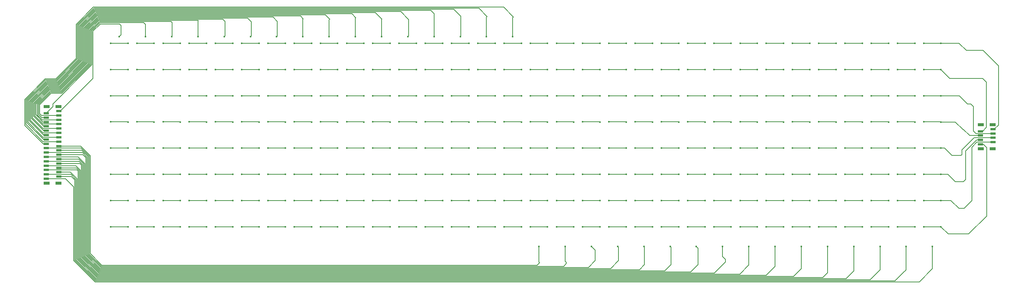
<source format=gbl>
G04 #@! TF.GenerationSoftware,KiCad,Pcbnew,6.0.8+dfsg-1~bpo11+1*
G04 #@! TF.CreationDate,2023-05-15T15:28:38-04:00*
G04 #@! TF.ProjectId,07_padded_interleaved_tight,30375f70-6164-4646-9564-5f696e746572,rev?*
G04 #@! TF.SameCoordinates,Original*
G04 #@! TF.FileFunction,Copper,L2,Bot*
G04 #@! TF.FilePolarity,Positive*
%FSLAX46Y46*%
G04 Gerber Fmt 4.6, Leading zero omitted, Abs format (unit mm)*
G04 Created by KiCad (PCBNEW 6.0.8+dfsg-1~bpo11+1) date 2023-05-15 15:28:38*
%MOMM*%
%LPD*%
G01*
G04 APERTURE LIST*
G04 #@! TA.AperFunction,SMDPad,CuDef*
%ADD10R,1.200000X0.600000*%
G04 #@! TD*
G04 #@! TA.AperFunction,SMDPad,CuDef*
%ADD11R,1.400000X0.800000*%
G04 #@! TD*
G04 #@! TA.AperFunction,ViaPad*
%ADD12C,0.400000*%
G04 #@! TD*
G04 #@! TA.AperFunction,Conductor*
%ADD13C,0.127000*%
G04 #@! TD*
G04 APERTURE END LIST*
D10*
X52125000Y-72625000D03*
X49225000Y-73125000D03*
X52125000Y-73625000D03*
X49225000Y-74125000D03*
X52125000Y-74625000D03*
X49225000Y-75125000D03*
X52125000Y-75625000D03*
X49225000Y-76125000D03*
X52125000Y-76625000D03*
X49225000Y-77125000D03*
X52125000Y-77625000D03*
X49225000Y-78125000D03*
X52125000Y-78625000D03*
X49225000Y-79125000D03*
X52125000Y-79625000D03*
X49225000Y-80125000D03*
X52125000Y-80625000D03*
X49225000Y-81125000D03*
X52125000Y-81625000D03*
X49225000Y-82125000D03*
X52125000Y-82625000D03*
X49225000Y-83125000D03*
X52125000Y-83625000D03*
X49225000Y-84125000D03*
X52125000Y-84625000D03*
X49225000Y-85125000D03*
X52125000Y-85625000D03*
X49225000Y-86125000D03*
X52125000Y-86625000D03*
X49225000Y-87125000D03*
X52125000Y-87625000D03*
X49225000Y-88125000D03*
D11*
X52025000Y-71625000D03*
X49325000Y-71625000D03*
X52025000Y-89125000D03*
X49325000Y-89125000D03*
D10*
X265775000Y-76750000D03*
X262875000Y-77250000D03*
X265775000Y-77750000D03*
X262875000Y-78250000D03*
X265775000Y-78750000D03*
X262875000Y-79250000D03*
X265775000Y-79750000D03*
X262875000Y-80250000D03*
D11*
X265675000Y-75750000D03*
X262975000Y-75750000D03*
X265675000Y-81250000D03*
X262975000Y-81250000D03*
D12*
X249920000Y-99120000D03*
X253880000Y-99130000D03*
X243920000Y-99120000D03*
X247880000Y-99130000D03*
X237920000Y-99120000D03*
X241880000Y-99130000D03*
X231920000Y-99120000D03*
X235880000Y-99130000D03*
X225920000Y-99120000D03*
X229880000Y-99130000D03*
X219920000Y-99120000D03*
X223880000Y-99130000D03*
X213920000Y-99120000D03*
X217880000Y-99130000D03*
X207920000Y-99120000D03*
X211880000Y-99130000D03*
X201920000Y-99120000D03*
X205880000Y-99130000D03*
X195920000Y-99120000D03*
X199880000Y-99130000D03*
X189920000Y-99120000D03*
X193880000Y-99130000D03*
X183920000Y-99120000D03*
X187880000Y-99130000D03*
X177920000Y-99120000D03*
X181880000Y-99130000D03*
X171920000Y-99120000D03*
X175880000Y-99130000D03*
X165920000Y-99120000D03*
X169880000Y-99130000D03*
X159920000Y-99120000D03*
X163880000Y-99130000D03*
X153920000Y-99120000D03*
X157880000Y-99130000D03*
X147920000Y-99120000D03*
X151880000Y-99130000D03*
X141920000Y-99120000D03*
X145880000Y-99130000D03*
X135920000Y-99120000D03*
X139880000Y-99130000D03*
X129920000Y-99120000D03*
X133880000Y-99130000D03*
X123920000Y-99120000D03*
X127880000Y-99130000D03*
X117920000Y-99120000D03*
X121880000Y-99130000D03*
X111920000Y-99120000D03*
X115880000Y-99130000D03*
X105920000Y-99120000D03*
X109880000Y-99130000D03*
X99920000Y-99120000D03*
X103880000Y-99130000D03*
X93920000Y-99120000D03*
X97880000Y-99130000D03*
X87920000Y-99120000D03*
X91880000Y-99130000D03*
X81920000Y-99120000D03*
X85880000Y-99130000D03*
X75920000Y-99120000D03*
X79880000Y-99130000D03*
X69920000Y-99120000D03*
X73880000Y-99130000D03*
X63920000Y-99120000D03*
X67880000Y-99130000D03*
X249920000Y-93120000D03*
X253880000Y-93130000D03*
X243920000Y-93120000D03*
X247880000Y-93130000D03*
X237920000Y-93120000D03*
X241880000Y-93130000D03*
X231920000Y-93120000D03*
X235880000Y-93130000D03*
X225920000Y-93120000D03*
X229880000Y-93130000D03*
X219920000Y-93120000D03*
X223880000Y-93130000D03*
X213920000Y-93120000D03*
X217880000Y-93130000D03*
X207920000Y-93120000D03*
X211880000Y-93130000D03*
X201920000Y-93120000D03*
X205880000Y-93130000D03*
X195920000Y-93120000D03*
X199880000Y-93130000D03*
X189920000Y-93120000D03*
X193880000Y-93130000D03*
X183920000Y-93120000D03*
X187880000Y-93130000D03*
X177920000Y-93120000D03*
X181880000Y-93130000D03*
X171920000Y-93120000D03*
X175880000Y-93130000D03*
X165920000Y-93120000D03*
X169880000Y-93130000D03*
X159920000Y-93120000D03*
X163880000Y-93130000D03*
X153920000Y-93120000D03*
X157880000Y-93130000D03*
X147920000Y-93120000D03*
X151880000Y-93130000D03*
X141920000Y-93120000D03*
X145880000Y-93130000D03*
X135920000Y-93120000D03*
X139880000Y-93130000D03*
X129920000Y-93120000D03*
X133880000Y-93130000D03*
X123920000Y-93120000D03*
X127880000Y-93130000D03*
X117920000Y-93120000D03*
X121880000Y-93130000D03*
X111920000Y-93120000D03*
X115880000Y-93130000D03*
X105920000Y-93120000D03*
X109880000Y-93130000D03*
X99920000Y-93120000D03*
X103880000Y-93130000D03*
X93920000Y-93120000D03*
X97880000Y-93130000D03*
X87920000Y-93120000D03*
X91880000Y-93130000D03*
X81920000Y-93120000D03*
X85880000Y-93130000D03*
X75920000Y-93120000D03*
X79880000Y-93130000D03*
X69920000Y-93120000D03*
X73880000Y-93130000D03*
X63920000Y-93120000D03*
X67880000Y-93130000D03*
X249920000Y-87120000D03*
X253880000Y-87130000D03*
X243920000Y-87120000D03*
X247880000Y-87130000D03*
X237920000Y-87120000D03*
X241880000Y-87130000D03*
X231920000Y-87120000D03*
X235880000Y-87130000D03*
X225920000Y-87120000D03*
X229880000Y-87130000D03*
X219920000Y-87120000D03*
X223880000Y-87130000D03*
X213920000Y-87120000D03*
X217880000Y-87130000D03*
X207920000Y-87120000D03*
X211880000Y-87130000D03*
X201920000Y-87120000D03*
X205880000Y-87130000D03*
X195920000Y-87120000D03*
X199880000Y-87130000D03*
X189920000Y-87120000D03*
X193880000Y-87130000D03*
X183920000Y-87120000D03*
X187880000Y-87130000D03*
X177920000Y-87120000D03*
X181880000Y-87130000D03*
X171920000Y-87120000D03*
X175880000Y-87130000D03*
X165920000Y-87120000D03*
X169880000Y-87130000D03*
X159920000Y-87120000D03*
X163880000Y-87130000D03*
X153920000Y-87120000D03*
X157880000Y-87130000D03*
X147920000Y-87120000D03*
X151880000Y-87130000D03*
X141920000Y-87120000D03*
X145880000Y-87130000D03*
X135920000Y-87120000D03*
X139880000Y-87130000D03*
X129920000Y-87120000D03*
X133880000Y-87130000D03*
X123920000Y-87120000D03*
X127880000Y-87130000D03*
X117920000Y-87120000D03*
X121880000Y-87130000D03*
X111920000Y-87120000D03*
X115880000Y-87130000D03*
X105920000Y-87120000D03*
X109880000Y-87130000D03*
X99920000Y-87120000D03*
X103880000Y-87130000D03*
X93920000Y-87120000D03*
X97880000Y-87130000D03*
X87920000Y-87120000D03*
X91880000Y-87130000D03*
X81920000Y-87120000D03*
X85880000Y-87130000D03*
X75920000Y-87120000D03*
X79880000Y-87130000D03*
X69920000Y-87120000D03*
X73880000Y-87130000D03*
X63920000Y-87120000D03*
X67880000Y-87130000D03*
X249920000Y-81120000D03*
X253880000Y-81130000D03*
X243920000Y-81120000D03*
X247880000Y-81130000D03*
X237920000Y-81120000D03*
X241880000Y-81130000D03*
X231920000Y-81120000D03*
X235880000Y-81130000D03*
X225920000Y-81120000D03*
X229880000Y-81130000D03*
X219920000Y-81120000D03*
X223880000Y-81130000D03*
X213920000Y-81120000D03*
X217880000Y-81130000D03*
X207920000Y-81120000D03*
X211880000Y-81130000D03*
X201920000Y-81120000D03*
X205880000Y-81130000D03*
X195920000Y-81120000D03*
X199880000Y-81130000D03*
X189920000Y-81120000D03*
X193880000Y-81130000D03*
X183920000Y-81120000D03*
X187880000Y-81130000D03*
X177920000Y-81120000D03*
X181880000Y-81130000D03*
X171920000Y-81120000D03*
X175880000Y-81130000D03*
X165920000Y-81120000D03*
X169880000Y-81130000D03*
X159920000Y-81120000D03*
X163880000Y-81130000D03*
X153920000Y-81120000D03*
X157880000Y-81130000D03*
X147920000Y-81120000D03*
X151880000Y-81130000D03*
X141920000Y-81120000D03*
X145880000Y-81130000D03*
X135920000Y-81120000D03*
X139880000Y-81130000D03*
X129920000Y-81120000D03*
X133880000Y-81130000D03*
X123920000Y-81120000D03*
X127880000Y-81130000D03*
X117920000Y-81120000D03*
X121880000Y-81130000D03*
X111920000Y-81120000D03*
X115880000Y-81130000D03*
X105920000Y-81120000D03*
X109880000Y-81130000D03*
X99920000Y-81120000D03*
X103880000Y-81130000D03*
X93920000Y-81120000D03*
X97880000Y-81130000D03*
X87920000Y-81120000D03*
X91880000Y-81130000D03*
X81920000Y-81120000D03*
X85880000Y-81130000D03*
X75920000Y-81120000D03*
X79880000Y-81130000D03*
X69920000Y-81120000D03*
X73880000Y-81130000D03*
X63920000Y-81120000D03*
X67880000Y-81130000D03*
X249920000Y-75120000D03*
X253880000Y-75130000D03*
X243920000Y-75120000D03*
X247880000Y-75130000D03*
X237920000Y-75120000D03*
X241880000Y-75130000D03*
X231920000Y-75120000D03*
X235880000Y-75130000D03*
X225920000Y-75120000D03*
X229880000Y-75130000D03*
X219920000Y-75120000D03*
X223880000Y-75130000D03*
X213920000Y-75120000D03*
X217880000Y-75130000D03*
X207920000Y-75120000D03*
X211880000Y-75130000D03*
X201920000Y-75120000D03*
X205880000Y-75130000D03*
X195920000Y-75120000D03*
X199880000Y-75130000D03*
X189920000Y-75120000D03*
X193880000Y-75130000D03*
X183920000Y-75120000D03*
X187880000Y-75130000D03*
X177920000Y-75120000D03*
X181880000Y-75130000D03*
X171920000Y-75120000D03*
X175880000Y-75130000D03*
X165920000Y-75120000D03*
X169880000Y-75130000D03*
X159920000Y-75120000D03*
X163880000Y-75130000D03*
X153920000Y-75120000D03*
X157880000Y-75130000D03*
X147920000Y-75120000D03*
X151880000Y-75130000D03*
X141920000Y-75120000D03*
X145880000Y-75130000D03*
X135920000Y-75120000D03*
X139880000Y-75130000D03*
X129920000Y-75120000D03*
X133880000Y-75130000D03*
X123920000Y-75120000D03*
X127880000Y-75130000D03*
X117920000Y-75120000D03*
X121880000Y-75130000D03*
X111920000Y-75120000D03*
X115880000Y-75130000D03*
X105920000Y-75120000D03*
X109880000Y-75130000D03*
X99920000Y-75120000D03*
X103880000Y-75130000D03*
X93920000Y-75120000D03*
X97880000Y-75130000D03*
X87920000Y-75120000D03*
X91880000Y-75130000D03*
X81920000Y-75120000D03*
X85880000Y-75130000D03*
X75920000Y-75120000D03*
X79880000Y-75130000D03*
X69920000Y-75120000D03*
X73880000Y-75130000D03*
X63920000Y-75120000D03*
X67880000Y-75130000D03*
X249920000Y-69120000D03*
X253880000Y-69130000D03*
X243920000Y-69120000D03*
X247880000Y-69130000D03*
X237920000Y-69120000D03*
X241880000Y-69130000D03*
X231920000Y-69120000D03*
X235880000Y-69130000D03*
X225920000Y-69120000D03*
X229880000Y-69130000D03*
X219920000Y-69120000D03*
X223880000Y-69130000D03*
X213920000Y-69120000D03*
X217880000Y-69130000D03*
X207920000Y-69120000D03*
X211880000Y-69130000D03*
X201920000Y-69120000D03*
X205880000Y-69130000D03*
X195920000Y-69120000D03*
X199880000Y-69130000D03*
X189920000Y-69120000D03*
X193880000Y-69130000D03*
X183920000Y-69120000D03*
X187880000Y-69130000D03*
X177920000Y-69120000D03*
X181880000Y-69130000D03*
X171920000Y-69120000D03*
X175880000Y-69130000D03*
X165920000Y-69120000D03*
X169880000Y-69130000D03*
X159920000Y-69120000D03*
X163880000Y-69130000D03*
X153920000Y-69120000D03*
X157880000Y-69130000D03*
X147920000Y-69120000D03*
X151880000Y-69130000D03*
X141920000Y-69120000D03*
X145880000Y-69130000D03*
X135920000Y-69120000D03*
X139880000Y-69130000D03*
X129920000Y-69120000D03*
X133880000Y-69130000D03*
X123920000Y-69120000D03*
X127880000Y-69130000D03*
X117920000Y-69120000D03*
X121880000Y-69130000D03*
X111920000Y-69120000D03*
X115880000Y-69130000D03*
X105920000Y-69120000D03*
X109880000Y-69130000D03*
X99920000Y-69120000D03*
X103880000Y-69130000D03*
X93920000Y-69120000D03*
X97880000Y-69130000D03*
X87920000Y-69120000D03*
X91880000Y-69130000D03*
X81920000Y-69120000D03*
X85880000Y-69130000D03*
X75920000Y-69120000D03*
X79880000Y-69130000D03*
X69920000Y-69120000D03*
X73880000Y-69130000D03*
X63920000Y-69120000D03*
X67880000Y-69130000D03*
X249920000Y-63120000D03*
X253880000Y-63130000D03*
X243920000Y-63120000D03*
X247880000Y-63130000D03*
X237920000Y-63120000D03*
X241880000Y-63130000D03*
X231920000Y-63120000D03*
X235880000Y-63130000D03*
X225920000Y-63120000D03*
X229880000Y-63130000D03*
X219920000Y-63120000D03*
X223880000Y-63130000D03*
X213920000Y-63120000D03*
X217880000Y-63130000D03*
X207920000Y-63120000D03*
X211880000Y-63130000D03*
X201920000Y-63120000D03*
X205880000Y-63130000D03*
X195920000Y-63120000D03*
X199880000Y-63130000D03*
X189920000Y-63120000D03*
X193880000Y-63130000D03*
X183920000Y-63120000D03*
X187880000Y-63130000D03*
X177920000Y-63120000D03*
X181880000Y-63130000D03*
X171920000Y-63120000D03*
X175880000Y-63130000D03*
X165920000Y-63120000D03*
X169880000Y-63130000D03*
X159920000Y-63120000D03*
X163880000Y-63130000D03*
X153920000Y-63120000D03*
X157880000Y-63130000D03*
X147920000Y-63120000D03*
X151880000Y-63130000D03*
X141920000Y-63120000D03*
X145880000Y-63130000D03*
X135920000Y-63120000D03*
X139880000Y-63130000D03*
X129920000Y-63120000D03*
X133880000Y-63130000D03*
X123920000Y-63120000D03*
X127880000Y-63130000D03*
X117920000Y-63120000D03*
X121880000Y-63130000D03*
X111920000Y-63120000D03*
X115880000Y-63130000D03*
X105920000Y-63120000D03*
X109880000Y-63130000D03*
X99920000Y-63120000D03*
X103880000Y-63130000D03*
X93920000Y-63120000D03*
X97880000Y-63130000D03*
X87920000Y-63120000D03*
X91880000Y-63130000D03*
X81920000Y-63120000D03*
X85880000Y-63130000D03*
X75920000Y-63120000D03*
X79880000Y-63130000D03*
X69920000Y-63120000D03*
X73880000Y-63130000D03*
X63920000Y-63120000D03*
X67880000Y-63130000D03*
X249920000Y-57120000D03*
X253880000Y-57130000D03*
X243920000Y-57120000D03*
X247880000Y-57130000D03*
X237920000Y-57120000D03*
X241880000Y-57130000D03*
X231920000Y-57120000D03*
X235880000Y-57130000D03*
X225920000Y-57120000D03*
X229880000Y-57130000D03*
X219920000Y-57120000D03*
X223880000Y-57130000D03*
X213920000Y-57120000D03*
X217880000Y-57130000D03*
X207920000Y-57120000D03*
X211880000Y-57130000D03*
X201920000Y-57120000D03*
X205880000Y-57130000D03*
X195920000Y-57120000D03*
X199880000Y-57130000D03*
X189920000Y-57120000D03*
X193880000Y-57130000D03*
X183920000Y-57120000D03*
X187880000Y-57130000D03*
X177920000Y-57120000D03*
X181880000Y-57130000D03*
X171920000Y-57120000D03*
X175880000Y-57130000D03*
X165920000Y-57120000D03*
X169880000Y-57130000D03*
X159920000Y-57120000D03*
X163880000Y-57130000D03*
X153920000Y-57120000D03*
X157880000Y-57130000D03*
X147920000Y-57120000D03*
X151880000Y-57130000D03*
X141920000Y-57120000D03*
X145880000Y-57130000D03*
X135920000Y-57120000D03*
X139880000Y-57130000D03*
X129920000Y-57120000D03*
X133880000Y-57130000D03*
X123920000Y-57120000D03*
X127880000Y-57130000D03*
X117920000Y-57120000D03*
X121880000Y-57130000D03*
X111920000Y-57120000D03*
X115880000Y-57130000D03*
X105920000Y-57120000D03*
X109880000Y-57130000D03*
X99920000Y-57120000D03*
X103880000Y-57130000D03*
X93920000Y-57120000D03*
X97880000Y-57130000D03*
X87920000Y-57120000D03*
X91880000Y-57130000D03*
X81920000Y-57120000D03*
X85880000Y-57130000D03*
X75920000Y-57120000D03*
X79880000Y-57130000D03*
X69920000Y-57120000D03*
X73880000Y-57130000D03*
X67880000Y-57130000D03*
X63920000Y-57120000D03*
X251920000Y-103590000D03*
X245920000Y-103590000D03*
X239920000Y-103590000D03*
X233920000Y-103590000D03*
X227920000Y-103590000D03*
X221920000Y-103590000D03*
X215920000Y-103590000D03*
X209920000Y-103590000D03*
X203920000Y-103590000D03*
X197920000Y-103590000D03*
X191920000Y-103590000D03*
X185920000Y-103590000D03*
X179920000Y-103590000D03*
X173920000Y-103590000D03*
X167920000Y-103590000D03*
X161920000Y-103590000D03*
X155910000Y-55620000D03*
X149910000Y-55620000D03*
X143910000Y-55620000D03*
X137910000Y-55620000D03*
X131910000Y-55620000D03*
X125910000Y-55620000D03*
X119910000Y-55620000D03*
X113910000Y-55620000D03*
X107910000Y-55620000D03*
X101910000Y-55620000D03*
X95910000Y-55620000D03*
X89910000Y-55620000D03*
X83910000Y-55620000D03*
X77910000Y-55620000D03*
X71910000Y-55620000D03*
X65910000Y-55620000D03*
D13*
X253880000Y-99130000D02*
X255525000Y-100775000D01*
X255525000Y-100775000D02*
X260200000Y-100775000D01*
X253880000Y-93130000D02*
X256170000Y-93130000D01*
X256170000Y-93130000D02*
X257960000Y-94920000D01*
X260950000Y-80894000D02*
X262094000Y-79750000D01*
X257960000Y-94920000D02*
X259180000Y-94920000D01*
X259180000Y-94920000D02*
X260950000Y-93150000D01*
X260950000Y-93150000D02*
X260950000Y-80894000D01*
X262094000Y-79750000D02*
X265775000Y-79750000D01*
X253880000Y-87130000D02*
X255440000Y-87130000D01*
X262025000Y-79250000D02*
X262875000Y-79250000D01*
X255440000Y-87130000D02*
X257135000Y-88825000D01*
X257135000Y-88825000D02*
X258975000Y-88825000D01*
X258975000Y-88825000D02*
X259500000Y-88300000D01*
X259500000Y-88300000D02*
X259500000Y-81775000D01*
X259500000Y-81775000D02*
X262025000Y-79250000D01*
X253880000Y-81130000D02*
X254730000Y-81130000D01*
X254730000Y-81130000D02*
X256425000Y-82825000D01*
X256425000Y-82825000D02*
X258450000Y-82825000D01*
X258450000Y-82825000D02*
X258700000Y-82575000D01*
X258700000Y-82575000D02*
X258700000Y-81475000D01*
X258700000Y-81475000D02*
X261425000Y-78750000D01*
X261425000Y-78750000D02*
X265775000Y-78750000D01*
X253880000Y-75130000D02*
X257180000Y-75130000D01*
X257180000Y-75130000D02*
X258900000Y-76850000D01*
X253880000Y-69130000D02*
X258105000Y-69130000D01*
X258105000Y-69130000D02*
X259950000Y-70975000D01*
X253880000Y-63130000D02*
X255900000Y-65150000D01*
X255900000Y-65150000D02*
X263400000Y-65150000D01*
X263400000Y-65150000D02*
X264300000Y-66050000D01*
X264300000Y-66050000D02*
X264300000Y-76325000D01*
X264300000Y-76325000D02*
X263375000Y-77250000D01*
X263375000Y-77250000D02*
X262875000Y-77250000D01*
X253880000Y-57130000D02*
X258030000Y-57130000D01*
X258030000Y-57130000D02*
X259675000Y-58775000D01*
X249920000Y-99120000D02*
X253870000Y-99120000D01*
X243920000Y-99120000D02*
X247870000Y-99120000D01*
X237920000Y-99120000D02*
X241870000Y-99120000D01*
X231920000Y-99120000D02*
X235870000Y-99120000D01*
X225920000Y-99120000D02*
X229870000Y-99120000D01*
X219920000Y-99120000D02*
X223870000Y-99120000D01*
X213920000Y-99120000D02*
X217870000Y-99120000D01*
X207920000Y-99120000D02*
X211870000Y-99120000D01*
X201920000Y-99120000D02*
X205870000Y-99120000D01*
X195920000Y-99120000D02*
X199870000Y-99120000D01*
X189920000Y-99120000D02*
X193870000Y-99120000D01*
X183920000Y-99120000D02*
X187870000Y-99120000D01*
X177920000Y-99120000D02*
X181870000Y-99120000D01*
X171920000Y-99120000D02*
X175870000Y-99120000D01*
X165920000Y-99120000D02*
X169870000Y-99120000D01*
X159920000Y-99120000D02*
X163870000Y-99120000D01*
X153920000Y-99120000D02*
X157870000Y-99120000D01*
X147920000Y-99120000D02*
X151870000Y-99120000D01*
X141920000Y-99120000D02*
X145870000Y-99120000D01*
X135920000Y-99120000D02*
X139870000Y-99120000D01*
X129920000Y-99120000D02*
X133870000Y-99120000D01*
X123920000Y-99120000D02*
X127870000Y-99120000D01*
X117920000Y-99120000D02*
X121870000Y-99120000D01*
X111920000Y-99120000D02*
X115870000Y-99120000D01*
X105920000Y-99120000D02*
X109870000Y-99120000D01*
X99920000Y-99120000D02*
X103870000Y-99120000D01*
X93920000Y-99120000D02*
X97870000Y-99120000D01*
X87920000Y-99120000D02*
X91870000Y-99120000D01*
X81920000Y-99120000D02*
X85870000Y-99120000D01*
X75920000Y-99120000D02*
X79870000Y-99120000D01*
X69920000Y-99120000D02*
X73870000Y-99120000D01*
X63920000Y-99120000D02*
X67870000Y-99120000D01*
X249920000Y-93120000D02*
X253870000Y-93120000D01*
X243920000Y-93120000D02*
X247870000Y-93120000D01*
X237920000Y-93120000D02*
X241870000Y-93120000D01*
X231920000Y-93120000D02*
X235870000Y-93120000D01*
X225920000Y-93120000D02*
X229870000Y-93120000D01*
X219920000Y-93120000D02*
X223870000Y-93120000D01*
X213920000Y-93120000D02*
X217870000Y-93120000D01*
X207920000Y-93120000D02*
X211870000Y-93120000D01*
X201920000Y-93120000D02*
X205870000Y-93120000D01*
X195920000Y-93120000D02*
X199870000Y-93120000D01*
X189920000Y-93120000D02*
X193870000Y-93120000D01*
X183920000Y-93120000D02*
X187870000Y-93120000D01*
X177920000Y-93120000D02*
X181870000Y-93120000D01*
X171920000Y-93120000D02*
X175870000Y-93120000D01*
X165920000Y-93120000D02*
X169870000Y-93120000D01*
X159920000Y-93120000D02*
X163870000Y-93120000D01*
X153920000Y-93120000D02*
X157870000Y-93120000D01*
X147920000Y-93120000D02*
X151870000Y-93120000D01*
X141920000Y-93120000D02*
X145870000Y-93120000D01*
X135920000Y-93120000D02*
X139870000Y-93120000D01*
X129920000Y-93120000D02*
X133870000Y-93120000D01*
X123920000Y-93120000D02*
X127870000Y-93120000D01*
X117920000Y-93120000D02*
X121870000Y-93120000D01*
X111920000Y-93120000D02*
X115870000Y-93120000D01*
X105920000Y-93120000D02*
X109870000Y-93120000D01*
X99920000Y-93120000D02*
X103870000Y-93120000D01*
X93920000Y-93120000D02*
X97870000Y-93120000D01*
X87920000Y-93120000D02*
X91870000Y-93120000D01*
X81920000Y-93120000D02*
X85870000Y-93120000D01*
X75920000Y-93120000D02*
X79870000Y-93120000D01*
X69920000Y-93120000D02*
X73870000Y-93120000D01*
X63920000Y-93120000D02*
X67870000Y-93120000D01*
X249920000Y-87120000D02*
X253870000Y-87120000D01*
X243920000Y-87120000D02*
X247870000Y-87120000D01*
X237920000Y-87120000D02*
X241870000Y-87120000D01*
X231920000Y-87120000D02*
X235870000Y-87120000D01*
X225920000Y-87120000D02*
X229870000Y-87120000D01*
X219920000Y-87120000D02*
X223870000Y-87120000D01*
X213920000Y-87120000D02*
X217870000Y-87120000D01*
X207920000Y-87120000D02*
X211870000Y-87120000D01*
X201920000Y-87120000D02*
X205870000Y-87120000D01*
X195920000Y-87120000D02*
X199870000Y-87120000D01*
X189920000Y-87120000D02*
X193870000Y-87120000D01*
X183920000Y-87120000D02*
X187870000Y-87120000D01*
X177920000Y-87120000D02*
X181870000Y-87120000D01*
X171920000Y-87120000D02*
X175870000Y-87120000D01*
X165920000Y-87120000D02*
X169870000Y-87120000D01*
X159920000Y-87120000D02*
X163870000Y-87120000D01*
X153920000Y-87120000D02*
X157870000Y-87120000D01*
X147920000Y-87120000D02*
X151870000Y-87120000D01*
X141920000Y-87120000D02*
X145870000Y-87120000D01*
X135920000Y-87120000D02*
X139870000Y-87120000D01*
X129920000Y-87120000D02*
X133870000Y-87120000D01*
X123920000Y-87120000D02*
X127870000Y-87120000D01*
X117920000Y-87120000D02*
X121870000Y-87120000D01*
X111920000Y-87120000D02*
X115870000Y-87120000D01*
X105920000Y-87120000D02*
X109870000Y-87120000D01*
X99920000Y-87120000D02*
X103870000Y-87120000D01*
X93920000Y-87120000D02*
X97870000Y-87120000D01*
X87920000Y-87120000D02*
X91870000Y-87120000D01*
X81920000Y-87120000D02*
X85870000Y-87120000D01*
X75920000Y-87120000D02*
X79870000Y-87120000D01*
X69920000Y-87120000D02*
X73870000Y-87120000D01*
X63920000Y-87120000D02*
X67870000Y-87120000D01*
X249920000Y-81120000D02*
X253870000Y-81120000D01*
X243920000Y-81120000D02*
X247870000Y-81120000D01*
X237920000Y-81120000D02*
X241870000Y-81120000D01*
X231920000Y-81120000D02*
X235870000Y-81120000D01*
X225920000Y-81120000D02*
X229870000Y-81120000D01*
X219920000Y-81120000D02*
X223870000Y-81120000D01*
X213920000Y-81120000D02*
X217870000Y-81120000D01*
X207920000Y-81120000D02*
X211870000Y-81120000D01*
X201920000Y-81120000D02*
X205870000Y-81120000D01*
X195920000Y-81120000D02*
X199870000Y-81120000D01*
X189920000Y-81120000D02*
X193870000Y-81120000D01*
X183920000Y-81120000D02*
X187870000Y-81120000D01*
X177920000Y-81120000D02*
X181870000Y-81120000D01*
X171920000Y-81120000D02*
X175870000Y-81120000D01*
X165920000Y-81120000D02*
X169870000Y-81120000D01*
X159920000Y-81120000D02*
X163870000Y-81120000D01*
X153920000Y-81120000D02*
X157870000Y-81120000D01*
X147920000Y-81120000D02*
X151870000Y-81120000D01*
X141920000Y-81120000D02*
X145870000Y-81120000D01*
X135920000Y-81120000D02*
X139870000Y-81120000D01*
X129920000Y-81120000D02*
X133870000Y-81120000D01*
X123920000Y-81120000D02*
X127870000Y-81120000D01*
X117920000Y-81120000D02*
X121870000Y-81120000D01*
X111920000Y-81120000D02*
X115870000Y-81120000D01*
X105920000Y-81120000D02*
X109870000Y-81120000D01*
X99920000Y-81120000D02*
X103870000Y-81120000D01*
X93920000Y-81120000D02*
X97870000Y-81120000D01*
X87920000Y-81120000D02*
X91870000Y-81120000D01*
X81920000Y-81120000D02*
X85870000Y-81120000D01*
X75920000Y-81120000D02*
X79870000Y-81120000D01*
X69920000Y-81120000D02*
X73870000Y-81120000D01*
X63920000Y-81120000D02*
X67870000Y-81120000D01*
X249920000Y-75120000D02*
X253870000Y-75120000D01*
X243920000Y-75120000D02*
X247870000Y-75120000D01*
X237920000Y-75120000D02*
X241870000Y-75120000D01*
X231920000Y-75120000D02*
X235870000Y-75120000D01*
X225920000Y-75120000D02*
X229870000Y-75120000D01*
X219920000Y-75120000D02*
X223870000Y-75120000D01*
X213920000Y-75120000D02*
X217870000Y-75120000D01*
X207920000Y-75120000D02*
X211870000Y-75120000D01*
X201920000Y-75120000D02*
X205870000Y-75120000D01*
X195920000Y-75120000D02*
X199870000Y-75120000D01*
X189920000Y-75120000D02*
X193870000Y-75120000D01*
X183920000Y-75120000D02*
X187870000Y-75120000D01*
X177920000Y-75120000D02*
X181870000Y-75120000D01*
X171920000Y-75120000D02*
X175870000Y-75120000D01*
X165920000Y-75120000D02*
X169870000Y-75120000D01*
X159920000Y-75120000D02*
X163870000Y-75120000D01*
X153920000Y-75120000D02*
X157870000Y-75120000D01*
X147920000Y-75120000D02*
X151870000Y-75120000D01*
X141920000Y-75120000D02*
X145870000Y-75120000D01*
X135920000Y-75120000D02*
X139870000Y-75120000D01*
X129920000Y-75120000D02*
X133870000Y-75120000D01*
X123920000Y-75120000D02*
X127870000Y-75120000D01*
X117920000Y-75120000D02*
X121870000Y-75120000D01*
X111920000Y-75120000D02*
X115870000Y-75120000D01*
X105920000Y-75120000D02*
X109870000Y-75120000D01*
X99920000Y-75120000D02*
X103870000Y-75120000D01*
X93920000Y-75120000D02*
X97870000Y-75120000D01*
X87920000Y-75120000D02*
X91870000Y-75120000D01*
X81920000Y-75120000D02*
X85870000Y-75120000D01*
X75920000Y-75120000D02*
X79870000Y-75120000D01*
X69920000Y-75120000D02*
X73870000Y-75120000D01*
X63920000Y-75120000D02*
X67870000Y-75120000D01*
X249920000Y-69120000D02*
X253870000Y-69120000D01*
X243920000Y-69120000D02*
X247870000Y-69120000D01*
X237920000Y-69120000D02*
X241870000Y-69120000D01*
X231920000Y-69120000D02*
X235870000Y-69120000D01*
X225920000Y-69120000D02*
X229870000Y-69120000D01*
X219920000Y-69120000D02*
X223870000Y-69120000D01*
X213920000Y-69120000D02*
X217870000Y-69120000D01*
X207920000Y-69120000D02*
X211870000Y-69120000D01*
X201920000Y-69120000D02*
X205870000Y-69120000D01*
X195920000Y-69120000D02*
X199870000Y-69120000D01*
X189920000Y-69120000D02*
X193870000Y-69120000D01*
X183920000Y-69120000D02*
X187870000Y-69120000D01*
X177920000Y-69120000D02*
X181870000Y-69120000D01*
X171920000Y-69120000D02*
X175870000Y-69120000D01*
X165920000Y-69120000D02*
X169870000Y-69120000D01*
X159920000Y-69120000D02*
X163870000Y-69120000D01*
X153920000Y-69120000D02*
X157870000Y-69120000D01*
X147920000Y-69120000D02*
X151870000Y-69120000D01*
X141920000Y-69120000D02*
X145870000Y-69120000D01*
X135920000Y-69120000D02*
X139870000Y-69120000D01*
X129920000Y-69120000D02*
X133870000Y-69120000D01*
X123920000Y-69120000D02*
X127870000Y-69120000D01*
X117920000Y-69120000D02*
X121870000Y-69120000D01*
X111920000Y-69120000D02*
X115870000Y-69120000D01*
X105920000Y-69120000D02*
X109870000Y-69120000D01*
X99920000Y-69120000D02*
X103870000Y-69120000D01*
X93920000Y-69120000D02*
X97870000Y-69120000D01*
X87920000Y-69120000D02*
X91870000Y-69120000D01*
X81920000Y-69120000D02*
X85870000Y-69120000D01*
X75920000Y-69120000D02*
X79870000Y-69120000D01*
X69920000Y-69120000D02*
X73870000Y-69120000D01*
X63920000Y-69120000D02*
X67870000Y-69120000D01*
X249920000Y-63120000D02*
X253870000Y-63120000D01*
X243920000Y-63120000D02*
X247870000Y-63120000D01*
X237920000Y-63120000D02*
X241870000Y-63120000D01*
X231920000Y-63120000D02*
X235870000Y-63120000D01*
X225920000Y-63120000D02*
X229870000Y-63120000D01*
X219920000Y-63120000D02*
X223870000Y-63120000D01*
X213920000Y-63120000D02*
X217870000Y-63120000D01*
X207920000Y-63120000D02*
X211870000Y-63120000D01*
X201920000Y-63120000D02*
X205870000Y-63120000D01*
X195920000Y-63120000D02*
X199870000Y-63120000D01*
X189920000Y-63120000D02*
X193870000Y-63120000D01*
X183920000Y-63120000D02*
X187870000Y-63120000D01*
X177920000Y-63120000D02*
X181870000Y-63120000D01*
X171920000Y-63120000D02*
X175870000Y-63120000D01*
X165920000Y-63120000D02*
X169870000Y-63120000D01*
X159920000Y-63120000D02*
X163870000Y-63120000D01*
X153920000Y-63120000D02*
X157870000Y-63120000D01*
X147920000Y-63120000D02*
X151870000Y-63120000D01*
X141920000Y-63120000D02*
X145870000Y-63120000D01*
X135920000Y-63120000D02*
X139870000Y-63120000D01*
X129920000Y-63120000D02*
X133870000Y-63120000D01*
X123920000Y-63120000D02*
X127870000Y-63120000D01*
X117920000Y-63120000D02*
X121870000Y-63120000D01*
X111920000Y-63120000D02*
X115870000Y-63120000D01*
X105920000Y-63120000D02*
X109870000Y-63120000D01*
X99920000Y-63120000D02*
X103870000Y-63120000D01*
X93920000Y-63120000D02*
X97870000Y-63120000D01*
X87920000Y-63120000D02*
X91870000Y-63120000D01*
X81920000Y-63120000D02*
X85870000Y-63120000D01*
X75920000Y-63120000D02*
X79870000Y-63120000D01*
X69920000Y-63120000D02*
X73870000Y-63120000D01*
X63920000Y-63120000D02*
X67870000Y-63120000D01*
X249920000Y-57120000D02*
X253870000Y-57120000D01*
X243920000Y-57120000D02*
X247870000Y-57120000D01*
X237920000Y-57120000D02*
X241870000Y-57120000D01*
X231920000Y-57120000D02*
X235870000Y-57120000D01*
X225920000Y-57120000D02*
X229870000Y-57120000D01*
X219920000Y-57120000D02*
X223870000Y-57120000D01*
X213920000Y-57120000D02*
X217870000Y-57120000D01*
X207920000Y-57120000D02*
X211870000Y-57120000D01*
X201920000Y-57120000D02*
X205870000Y-57120000D01*
X195920000Y-57120000D02*
X199870000Y-57120000D01*
X189920000Y-57120000D02*
X193870000Y-57120000D01*
X183920000Y-57120000D02*
X187870000Y-57120000D01*
X177920000Y-57120000D02*
X181870000Y-57120000D01*
X171920000Y-57120000D02*
X175870000Y-57120000D01*
X165920000Y-57120000D02*
X169870000Y-57120000D01*
X159920000Y-57120000D02*
X163870000Y-57120000D01*
X153920000Y-57120000D02*
X157870000Y-57120000D01*
X147920000Y-57120000D02*
X151870000Y-57120000D01*
X141920000Y-57120000D02*
X145870000Y-57120000D01*
X135920000Y-57120000D02*
X139870000Y-57120000D01*
X129920000Y-57120000D02*
X133870000Y-57120000D01*
X123920000Y-57120000D02*
X127870000Y-57120000D01*
X117920000Y-57120000D02*
X121870000Y-57120000D01*
X111920000Y-57120000D02*
X115870000Y-57120000D01*
X105920000Y-57120000D02*
X109870000Y-57120000D01*
X99920000Y-57120000D02*
X103870000Y-57120000D01*
X93920000Y-57120000D02*
X97870000Y-57120000D01*
X87920000Y-57120000D02*
X91870000Y-57120000D01*
X81920000Y-57120000D02*
X85870000Y-57120000D01*
X75920000Y-57120000D02*
X79870000Y-57120000D01*
X69920000Y-57120000D02*
X73870000Y-57120000D01*
X63920000Y-57120000D02*
X67870000Y-57120000D01*
X67870000Y-57120000D02*
X67880000Y-57130000D01*
X251920000Y-103590000D02*
X251920000Y-108730000D01*
X248940000Y-111710000D02*
X251920000Y-108730000D01*
X245920000Y-103590000D02*
X245920000Y-108980000D01*
X243344000Y-111456000D02*
X245600000Y-109200000D01*
X245700000Y-109200000D02*
X245600000Y-109200000D01*
X245920000Y-108980000D02*
X245700000Y-109200000D01*
X239920000Y-103590000D02*
X239920000Y-108955000D01*
X237673000Y-111202000D02*
X239920000Y-108955000D01*
X233920000Y-103590000D02*
X233920000Y-109205000D01*
X232177000Y-110948000D02*
X233920000Y-109205000D01*
X227920000Y-103590000D02*
X227920000Y-109605000D01*
X226831000Y-110694000D02*
X227920000Y-109605000D01*
X220185000Y-110440000D02*
X221920000Y-108705000D01*
X221920000Y-103590000D02*
X221920000Y-108705000D01*
X215920000Y-103590000D02*
X215920000Y-108155000D01*
X213889000Y-110186000D02*
X215920000Y-108155000D01*
X209920000Y-103590000D02*
X209920000Y-107855000D01*
X207843000Y-109932000D02*
X209920000Y-107855000D01*
X203920000Y-103590000D02*
X203920000Y-105900000D01*
X204570000Y-107180000D02*
X202072000Y-109678000D01*
X57497000Y-105986470D02*
X57497000Y-84865420D01*
X203920000Y-105900000D02*
X204570000Y-106550000D01*
X202072000Y-109678000D02*
X61188530Y-109678000D01*
X204570000Y-106550000D02*
X204570000Y-107180000D01*
X61188530Y-109678000D02*
X57497000Y-105986470D01*
X57497000Y-84865420D02*
X56756580Y-84125000D01*
X56756580Y-84125000D02*
X49225000Y-84125000D01*
X197920000Y-103590000D02*
X198330000Y-104000000D01*
X198330000Y-104000000D02*
X198330000Y-107720000D01*
X198330000Y-107720000D02*
X196626000Y-109424000D01*
X196626000Y-109424000D02*
X61293740Y-109424000D01*
X57751000Y-84760210D02*
X56615790Y-83625000D01*
X61293740Y-109424000D02*
X57751000Y-105881260D01*
X57751000Y-105881260D02*
X57751000Y-84760210D01*
X56615790Y-83625000D02*
X52125000Y-83625000D01*
X191920000Y-103590000D02*
X192125000Y-103795000D01*
X192125000Y-103795000D02*
X192125000Y-107750000D01*
X185920000Y-103590000D02*
X186050000Y-103720000D01*
X186050000Y-103720000D02*
X186050000Y-107800000D01*
X179920000Y-103590000D02*
X180110000Y-103780000D01*
X61609370Y-108662000D02*
X58513000Y-105565630D01*
X180110000Y-103780000D02*
X180110000Y-106840000D01*
X180110000Y-106840000D02*
X178288000Y-108662000D01*
X178288000Y-108662000D02*
X61609370Y-108662000D01*
X58513000Y-105565630D02*
X58513000Y-83165630D01*
X58513000Y-83165630D02*
X57472370Y-82125000D01*
X57472370Y-82125000D02*
X49225000Y-82125000D01*
X173920000Y-103590000D02*
X174790000Y-104460000D01*
X174790000Y-104460000D02*
X174790000Y-106835000D01*
X58767000Y-105460420D02*
X58767000Y-83060420D01*
X174790000Y-106835000D02*
X173217000Y-108408000D01*
X173217000Y-108408000D02*
X61714580Y-108408000D01*
X61714580Y-108408000D02*
X58767000Y-105460420D01*
X58767000Y-83060420D02*
X57331580Y-81625000D01*
X57331580Y-81625000D02*
X52125000Y-81625000D01*
X167920000Y-103590000D02*
X167920000Y-106970000D01*
X167920000Y-106970000D02*
X168170000Y-107220000D01*
X168170000Y-107530000D02*
X167546000Y-108154000D01*
X168170000Y-107220000D02*
X168170000Y-107530000D01*
X59021000Y-105355210D02*
X59021000Y-82955210D01*
X57190790Y-81125000D02*
X49225000Y-81125000D01*
X167546000Y-108154000D02*
X61819790Y-108154000D01*
X61819790Y-108154000D02*
X59021000Y-105355210D01*
X59021000Y-82955210D02*
X57190790Y-81125000D01*
X161920000Y-103590000D02*
X161920000Y-107195000D01*
X161920000Y-107195000D02*
X162050000Y-107325000D01*
X65910000Y-55620000D02*
X66350000Y-55180000D01*
X66350000Y-55180000D02*
X66350000Y-53075000D01*
X66350000Y-53075000D02*
X65975000Y-52700000D01*
X71910000Y-55620000D02*
X71910000Y-52835000D01*
X71910000Y-52835000D02*
X71500000Y-52425000D01*
X71500000Y-52425000D02*
X61465790Y-52425000D01*
X61465790Y-52425000D02*
X59621000Y-54269790D01*
X59621000Y-54269790D02*
X59621000Y-62079000D01*
X59621000Y-62079000D02*
X50725000Y-70975000D01*
X50725000Y-70975000D02*
X50725000Y-71625000D01*
X50725000Y-71625000D02*
X49225000Y-73125000D01*
X77910000Y-55620000D02*
X78000000Y-55530000D01*
X78000000Y-55530000D02*
X78000000Y-52425000D01*
X83910000Y-55620000D02*
X83910000Y-52065000D01*
X83910000Y-52065000D02*
X83975000Y-52000000D01*
X89910000Y-55620000D02*
X90075000Y-55455000D01*
X90075000Y-55455000D02*
X90075000Y-52175000D01*
X95910000Y-55620000D02*
X96080000Y-55450000D01*
X58605000Y-61658160D02*
X52450160Y-67813000D01*
X50009370Y-67813000D02*
X46800000Y-71022370D01*
X48440790Y-75125000D02*
X49225000Y-75125000D01*
X96080000Y-55450000D02*
X96080000Y-52255000D01*
X96080000Y-52255000D02*
X95234000Y-51409000D01*
X95234000Y-51409000D02*
X61044950Y-51409000D01*
X58605000Y-53848950D02*
X58605000Y-61658160D01*
X61044950Y-51409000D02*
X58605000Y-53848950D01*
X52450160Y-67813000D02*
X50009370Y-67813000D01*
X46800000Y-71022370D02*
X46800000Y-73484210D01*
X46800000Y-73484210D02*
X48440790Y-75125000D01*
X101910000Y-55620000D02*
X102050000Y-55480000D01*
X102050000Y-55480000D02*
X102050000Y-52125000D01*
X107910000Y-55620000D02*
X107910000Y-51590000D01*
X107910000Y-51590000D02*
X108000000Y-51500000D01*
X113910000Y-55620000D02*
X113910000Y-51715000D01*
X113910000Y-51715000D02*
X114025000Y-51600000D01*
X119910000Y-55620000D02*
X119910000Y-51365000D01*
X119910000Y-51365000D02*
X120025000Y-51250000D01*
X125910000Y-55620000D02*
X125910000Y-51715000D01*
X125910000Y-51715000D02*
X125975000Y-51650000D01*
X131910000Y-55620000D02*
X132075000Y-55455000D01*
X132075000Y-55455000D02*
X132075000Y-51675000D01*
X137910000Y-55620000D02*
X137950000Y-55580000D01*
X137950000Y-55580000D02*
X137950000Y-50375000D01*
X143910000Y-55620000D02*
X144025000Y-55505000D01*
X144025000Y-55505000D02*
X144025000Y-50950000D01*
X149910000Y-55620000D02*
X149910000Y-51140000D01*
X149910000Y-51140000D02*
X150050000Y-51000000D01*
X155910000Y-55620000D02*
X155910000Y-51290000D01*
X155910000Y-51290000D02*
X156075000Y-51125000D01*
X263500000Y-58775000D02*
X259675000Y-58775000D01*
X266075000Y-76750000D02*
X267025000Y-75800000D01*
X267025000Y-62300000D02*
X263500000Y-58775000D01*
X265775000Y-76750000D02*
X266075000Y-76750000D01*
X267025000Y-75800000D02*
X267025000Y-62300000D01*
X265775000Y-77750000D02*
X261850000Y-77750000D01*
X261325000Y-71600000D02*
X260700000Y-70975000D01*
X261850000Y-77750000D02*
X261325000Y-77225000D01*
X261325000Y-77225000D02*
X261325000Y-71600000D01*
X260700000Y-70975000D02*
X259950000Y-70975000D01*
X262875000Y-78250000D02*
X260450000Y-78250000D01*
X260450000Y-78250000D02*
X259050000Y-76850000D01*
X259050000Y-76850000D02*
X258900000Y-76850000D01*
X263602000Y-80250000D02*
X264325000Y-80973000D01*
X264325000Y-96650000D02*
X260200000Y-100775000D01*
X262875000Y-80250000D02*
X263602000Y-80250000D01*
X264325000Y-80973000D02*
X264325000Y-96650000D01*
X59875000Y-65175000D02*
X59875000Y-54375000D01*
X61550000Y-52700000D02*
X65975000Y-52700000D01*
X59875000Y-54375000D02*
X61550000Y-52700000D01*
X52425000Y-72625000D02*
X59875000Y-65175000D01*
X52125000Y-72625000D02*
X52425000Y-72625000D01*
X52765790Y-68575000D02*
X59367000Y-61973790D01*
X59367000Y-61973790D02*
X59367000Y-54164580D01*
X48100000Y-73625000D02*
X47700000Y-73225000D01*
X59367000Y-54164580D02*
X61360580Y-52171000D01*
X77746000Y-52171000D02*
X78000000Y-52425000D01*
X52125000Y-73625000D02*
X48100000Y-73625000D01*
X50325000Y-68575000D02*
X52765790Y-68575000D01*
X47700000Y-73225000D02*
X47700000Y-71200000D01*
X47700000Y-71200000D02*
X50325000Y-68575000D01*
X61360580Y-52171000D02*
X77746000Y-52171000D01*
X52660580Y-68321000D02*
X59113000Y-61868580D01*
X59113000Y-54059370D02*
X61255370Y-51917000D01*
X61255370Y-51917000D02*
X83892000Y-51917000D01*
X59113000Y-61868580D02*
X59113000Y-54059370D01*
X48200000Y-74125000D02*
X47446000Y-73371000D01*
X83892000Y-51917000D02*
X83975000Y-52000000D01*
X50219790Y-68321000D02*
X52660580Y-68321000D01*
X47446000Y-73371000D02*
X47446000Y-71094790D01*
X47446000Y-71094790D02*
X50219790Y-68321000D01*
X49225000Y-74125000D02*
X48200000Y-74125000D01*
X47192000Y-70989580D02*
X50114580Y-68067000D01*
X52555370Y-68067000D02*
X58859000Y-61763370D01*
X48300000Y-74625000D02*
X47192000Y-73517000D01*
X61150160Y-51663000D02*
X89563000Y-51663000D01*
X58859000Y-61763370D02*
X58859000Y-53954160D01*
X52125000Y-74625000D02*
X48300000Y-74625000D01*
X89563000Y-51663000D02*
X90075000Y-52175000D01*
X58859000Y-53954160D02*
X61150160Y-51663000D01*
X47192000Y-73517000D02*
X47192000Y-70989580D01*
X50114580Y-68067000D02*
X52555370Y-68067000D01*
X58351000Y-53743740D02*
X60939740Y-51155000D01*
X46546000Y-70917160D02*
X49904160Y-67559000D01*
X58351000Y-61552950D02*
X58351000Y-53743740D01*
X49904160Y-67559000D02*
X52344950Y-67559000D01*
X101080000Y-51155000D02*
X102050000Y-52125000D01*
X52344950Y-67559000D02*
X58351000Y-61552950D01*
X46546000Y-73727000D02*
X46546000Y-70917160D01*
X52125000Y-75625000D02*
X48444000Y-75625000D01*
X48444000Y-75625000D02*
X46546000Y-73727000D01*
X60939740Y-51155000D02*
X101080000Y-51155000D01*
X52239740Y-67305000D02*
X58097000Y-61447740D01*
X49225000Y-76125000D02*
X48584790Y-76125000D01*
X48584790Y-76125000D02*
X46292000Y-73832210D01*
X107401000Y-50901000D02*
X108000000Y-51500000D01*
X46292000Y-70811950D02*
X49798950Y-67305000D01*
X60834530Y-50901000D02*
X107401000Y-50901000D01*
X58097000Y-53638530D02*
X60834530Y-50901000D01*
X58097000Y-61447740D02*
X58097000Y-53638530D01*
X49798950Y-67305000D02*
X52239740Y-67305000D01*
X46292000Y-73832210D02*
X46292000Y-70811950D01*
X52125000Y-76625000D02*
X48444000Y-76625000D01*
X57843000Y-53533320D02*
X60729320Y-50647000D01*
X48444000Y-76625000D02*
X46038000Y-74219000D01*
X46038000Y-74219000D02*
X46038000Y-70706740D01*
X46038000Y-70706740D02*
X49693740Y-67051000D01*
X60729320Y-50647000D02*
X113072000Y-50647000D01*
X52134530Y-67051000D02*
X57843000Y-61342530D01*
X57843000Y-61342530D02*
X57843000Y-53533320D01*
X113072000Y-50647000D02*
X114025000Y-51600000D01*
X49693740Y-67051000D02*
X52134530Y-67051000D01*
X119168000Y-50393000D02*
X120025000Y-51250000D01*
X48584790Y-77125000D02*
X45784000Y-74324210D01*
X57589000Y-61237320D02*
X57589000Y-53428110D01*
X49588530Y-66797000D02*
X52029320Y-66797000D01*
X45784000Y-74324210D02*
X45784000Y-70601530D01*
X52029320Y-66797000D02*
X57589000Y-61237320D01*
X45784000Y-70601530D02*
X49588530Y-66797000D01*
X49225000Y-77125000D02*
X48584790Y-77125000D01*
X60624110Y-50393000D02*
X119168000Y-50393000D01*
X57589000Y-53428110D02*
X60624110Y-50393000D01*
X57335000Y-53322900D02*
X60518900Y-50139000D01*
X45530000Y-70496320D02*
X49483320Y-66543000D01*
X60518900Y-50139000D02*
X124464000Y-50139000D01*
X124464000Y-50139000D02*
X125975000Y-51650000D01*
X51924110Y-66543000D02*
X57335000Y-61132110D01*
X49483320Y-66543000D02*
X51924110Y-66543000D01*
X48444000Y-77625000D02*
X45530000Y-74711000D01*
X52125000Y-77625000D02*
X48444000Y-77625000D01*
X57335000Y-61132110D02*
X57335000Y-53322900D01*
X45530000Y-74711000D02*
X45530000Y-70496320D01*
X130285000Y-49885000D02*
X132075000Y-51675000D01*
X51818900Y-66289000D02*
X57081000Y-61026900D01*
X57081000Y-61026900D02*
X57081000Y-53217690D01*
X45276000Y-74816210D02*
X45276000Y-70391110D01*
X48584790Y-78125000D02*
X45276000Y-74816210D01*
X60413690Y-49885000D02*
X130285000Y-49885000D01*
X49225000Y-78125000D02*
X48584790Y-78125000D01*
X49378110Y-66289000D02*
X51818900Y-66289000D01*
X57081000Y-53217690D02*
X60413690Y-49885000D01*
X45276000Y-70391110D02*
X49378110Y-66289000D01*
X48444000Y-78625000D02*
X45022000Y-75203000D01*
X49272900Y-66035000D02*
X51713690Y-66035000D01*
X52125000Y-78625000D02*
X48444000Y-78625000D01*
X137206000Y-49631000D02*
X137950000Y-50375000D01*
X51713690Y-66035000D02*
X56827000Y-60921690D01*
X45022000Y-75203000D02*
X45022000Y-70285900D01*
X60308480Y-49631000D02*
X137206000Y-49631000D01*
X56827000Y-60921690D02*
X56827000Y-53112480D01*
X56827000Y-53112480D02*
X60308480Y-49631000D01*
X45022000Y-70285900D02*
X49272900Y-66035000D01*
X44768000Y-75308210D02*
X44768000Y-70180690D01*
X56573000Y-53007270D02*
X60203270Y-49377000D01*
X48584790Y-79125000D02*
X44768000Y-75308210D01*
X60203270Y-49377000D02*
X142452000Y-49377000D01*
X44768000Y-70180690D02*
X49167690Y-65781000D01*
X142452000Y-49377000D02*
X144025000Y-50950000D01*
X51608480Y-65781000D02*
X56573000Y-60816480D01*
X49225000Y-79125000D02*
X48584790Y-79125000D01*
X56573000Y-60816480D02*
X56573000Y-53007270D01*
X49167690Y-65781000D02*
X51608480Y-65781000D01*
X48444000Y-79625000D02*
X44514000Y-75695000D01*
X51503270Y-65527000D02*
X56319000Y-60711270D01*
X44514000Y-70075480D02*
X49062480Y-65527000D01*
X49062480Y-65527000D02*
X51503270Y-65527000D01*
X56319000Y-60711270D02*
X56319000Y-52902060D01*
X60098060Y-49123000D02*
X148173000Y-49123000D01*
X56319000Y-52902060D02*
X60098060Y-49123000D01*
X44514000Y-75695000D02*
X44514000Y-70075480D01*
X52125000Y-79625000D02*
X48444000Y-79625000D01*
X148173000Y-49123000D02*
X150050000Y-51000000D01*
X153819000Y-48869000D02*
X156075000Y-51125000D01*
X44260000Y-75887000D02*
X44260000Y-69970270D01*
X49225000Y-80125000D02*
X48498000Y-80125000D01*
X48957270Y-65273000D02*
X51398060Y-65273000D01*
X48498000Y-80125000D02*
X44260000Y-75887000D01*
X56065000Y-60606060D02*
X56065000Y-52796850D01*
X44260000Y-69970270D02*
X48957270Y-65273000D01*
X59992850Y-48869000D02*
X153819000Y-48869000D01*
X56065000Y-52796850D02*
X59992850Y-48869000D01*
X51398060Y-65273000D02*
X56065000Y-60606060D01*
X59275000Y-105250000D02*
X61925000Y-107900000D01*
X61925000Y-107900000D02*
X161475000Y-107900000D01*
X59275000Y-82850000D02*
X59275000Y-105250000D01*
X57050000Y-80625000D02*
X59275000Y-82850000D01*
X52125000Y-80625000D02*
X57050000Y-80625000D01*
X161475000Y-107900000D02*
X162050000Y-107325000D01*
X58259000Y-83270840D02*
X58259000Y-105670840D01*
X57613160Y-82625000D02*
X58259000Y-83270840D01*
X184934000Y-108916000D02*
X186050000Y-107800000D01*
X61504160Y-108916000D02*
X184934000Y-108916000D01*
X58259000Y-105670840D02*
X61504160Y-108916000D01*
X52125000Y-82625000D02*
X57613160Y-82625000D01*
X58005000Y-84655000D02*
X58005000Y-105776050D01*
X190705000Y-109170000D02*
X192125000Y-107750000D01*
X56475000Y-83125000D02*
X58005000Y-84655000D01*
X61398950Y-109170000D02*
X190705000Y-109170000D01*
X58005000Y-105776050D02*
X61398950Y-109170000D01*
X49225000Y-83125000D02*
X56475000Y-83125000D01*
X57243000Y-84970630D02*
X57243000Y-106091680D01*
X61083320Y-109932000D02*
X207843000Y-109932000D01*
X52125000Y-84625000D02*
X56897370Y-84625000D01*
X57243000Y-106091680D02*
X61083320Y-109932000D01*
X56897370Y-84625000D02*
X57243000Y-84970630D01*
X49225000Y-85125000D02*
X55975000Y-85125000D01*
X56989000Y-86139000D02*
X56989000Y-106196890D01*
X56989000Y-106196890D02*
X60978110Y-110186000D01*
X55975000Y-85125000D02*
X56989000Y-86139000D01*
X60978110Y-110186000D02*
X213889000Y-110186000D01*
X56735000Y-106302100D02*
X60872900Y-110440000D01*
X60872900Y-110440000D02*
X220185000Y-110440000D01*
X56115790Y-85625000D02*
X56735000Y-86244210D01*
X52125000Y-85625000D02*
X56115790Y-85625000D01*
X56735000Y-86244210D02*
X56735000Y-106302100D01*
X56256580Y-86125000D02*
X56481000Y-86349420D01*
X60767690Y-110694000D02*
X226831000Y-110694000D01*
X49225000Y-86125000D02*
X56256580Y-86125000D01*
X56481000Y-106407310D02*
X60767690Y-110694000D01*
X56481000Y-86349420D02*
X56481000Y-106407310D01*
X54700000Y-86625000D02*
X56227000Y-88152000D01*
X56227000Y-106512520D02*
X60662480Y-110948000D01*
X52125000Y-86625000D02*
X54700000Y-86625000D01*
X56227000Y-88152000D02*
X56227000Y-106512520D01*
X60662480Y-110948000D02*
X232177000Y-110948000D01*
X55973000Y-106617730D02*
X60557270Y-111202000D01*
X54840790Y-87125000D02*
X55973000Y-88257210D01*
X55973000Y-88257210D02*
X55973000Y-106617730D01*
X49225000Y-87125000D02*
X54840790Y-87125000D01*
X60557270Y-111202000D02*
X237673000Y-111202000D01*
X55719000Y-88362420D02*
X55719000Y-106722940D01*
X60452060Y-111456000D02*
X243344000Y-111456000D01*
X54981580Y-87625000D02*
X55719000Y-88362420D01*
X55719000Y-106722940D02*
X60452060Y-111456000D01*
X52125000Y-87625000D02*
X54981580Y-87625000D01*
X60346850Y-111710000D02*
X248940000Y-111710000D01*
X49225000Y-88125000D02*
X53600000Y-88125000D01*
X53600000Y-88125000D02*
X55465000Y-89990000D01*
X55465000Y-106828150D02*
X60346850Y-111710000D01*
X55465000Y-89990000D02*
X55465000Y-106828150D01*
M02*

</source>
